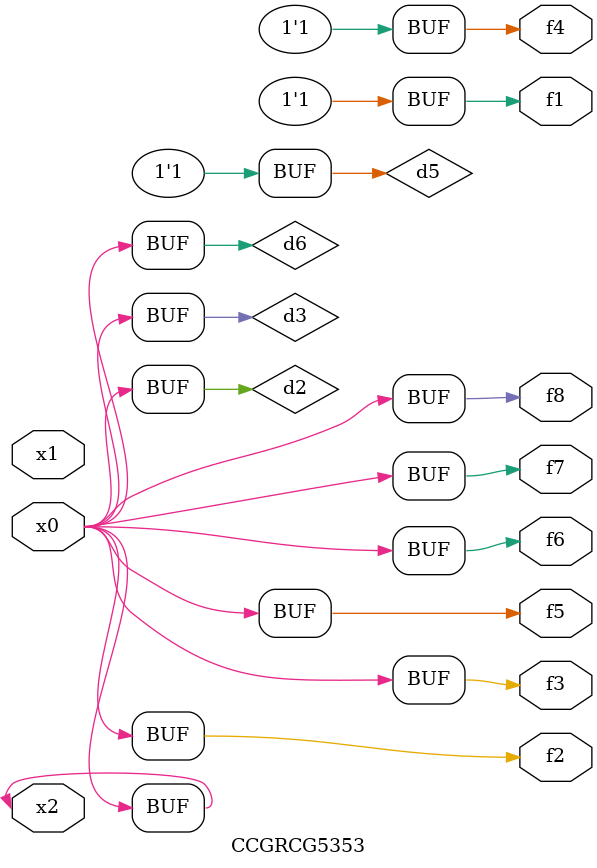
<source format=v>
module CCGRCG5353(
	input x0, x1, x2,
	output f1, f2, f3, f4, f5, f6, f7, f8
);

	wire d1, d2, d3, d4, d5, d6;

	xnor (d1, x2);
	buf (d2, x0, x2);
	and (d3, x0);
	xnor (d4, x1, x2);
	nand (d5, d1, d3);
	buf (d6, d2, d3);
	assign f1 = d5;
	assign f2 = d6;
	assign f3 = d6;
	assign f4 = d5;
	assign f5 = d6;
	assign f6 = d6;
	assign f7 = d6;
	assign f8 = d6;
endmodule

</source>
